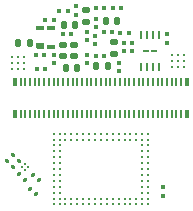
<source format=gbp>
%TF.GenerationSoftware,KiCad,Pcbnew,(6.0.0)*%
%TF.CreationDate,2022-01-25T07:30:51-08:00*%
%TF.ProjectId,headstage-64s,68656164-7374-4616-9765-2d3634732e6b,A*%
%TF.SameCoordinates,Original*%
%TF.FileFunction,Paste,Bot*%
%TF.FilePolarity,Positive*%
%FSLAX46Y46*%
G04 Gerber Fmt 4.6, Leading zero omitted, Abs format (unit mm)*
G04 Created by KiCad (PCBNEW (6.0.0)) date 2022-01-25 07:30:51*
%MOMM*%
%LPD*%
G01*
G04 APERTURE LIST*
G04 Aperture macros list*
%AMRoundRect*
0 Rectangle with rounded corners*
0 $1 Rounding radius*
0 $2 $3 $4 $5 $6 $7 $8 $9 X,Y pos of 4 corners*
0 Add a 4 corners polygon primitive as box body*
4,1,4,$2,$3,$4,$5,$6,$7,$8,$9,$2,$3,0*
0 Add four circle primitives for the rounded corners*
1,1,$1+$1,$2,$3*
1,1,$1+$1,$4,$5*
1,1,$1+$1,$6,$7*
1,1,$1+$1,$8,$9*
0 Add four rect primitives between the rounded corners*
20,1,$1+$1,$2,$3,$4,$5,0*
20,1,$1+$1,$4,$5,$6,$7,0*
20,1,$1+$1,$6,$7,$8,$9,0*
20,1,$1+$1,$8,$9,$2,$3,0*%
%AMFreePoly0*
4,1,6,0.350000,-0.250000,-0.225000,-0.250000,-0.350000,-0.125000,-0.350000,0.250000,0.350000,0.250000,0.350000,-0.250000,0.350000,-0.250000,$1*%
G04 Aperture macros list end*
%ADD10C,0.250000*%
%ADD11RoundRect,0.079500X-0.100500X0.079500X-0.100500X-0.079500X0.100500X-0.079500X0.100500X0.079500X0*%
%ADD12RoundRect,0.079500X0.014849X-0.127279X0.127279X-0.014849X-0.014849X0.127279X-0.127279X0.014849X0*%
%ADD13RoundRect,0.079500X-0.014849X0.127279X-0.127279X0.014849X0.014849X-0.127279X0.127279X-0.014849X0*%
%ADD14RoundRect,0.140000X0.170000X-0.140000X0.170000X0.140000X-0.170000X0.140000X-0.170000X-0.140000X0*%
%ADD15RoundRect,0.140000X0.140000X0.170000X-0.140000X0.170000X-0.140000X-0.170000X0.140000X-0.170000X0*%
%ADD16RoundRect,0.079500X0.079500X0.100500X-0.079500X0.100500X-0.079500X-0.100500X0.079500X-0.100500X0*%
%ADD17RoundRect,0.140000X-0.140000X-0.170000X0.140000X-0.170000X0.140000X0.170000X-0.140000X0.170000X0*%
%ADD18RoundRect,0.079500X-0.079500X-0.100500X0.079500X-0.100500X0.079500X0.100500X-0.079500X0.100500X0*%
%ADD19RoundRect,0.140000X-0.170000X0.140000X-0.170000X-0.140000X0.170000X-0.140000X0.170000X0.140000X0*%
%ADD20RoundRect,0.079500X0.100500X-0.079500X0.100500X0.079500X-0.100500X0.079500X-0.100500X-0.079500X0*%
%ADD21RoundRect,0.079500X0.127279X0.014849X0.014849X0.127279X-0.127279X-0.014849X-0.014849X-0.127279X0*%
%ADD22RoundRect,0.079500X-0.127279X-0.014849X-0.014849X-0.127279X0.127279X0.014849X0.014849X0.127279X0*%
%ADD23C,0.200000*%
%ADD24R,0.230000X0.660000*%
%ADD25R,0.350000X0.660000*%
%ADD26FreePoly0,0.000000*%
%ADD27R,0.700000X0.400000*%
G04 APERTURE END LIST*
%TO.C,U11*%
G36*
X128000000Y-59050000D02*
G01*
X127800000Y-59050000D01*
X127800000Y-59700000D01*
X128000000Y-59700000D01*
X128000000Y-59050000D01*
G37*
G36*
X128000000Y-56300000D02*
G01*
X127800000Y-56300000D01*
X127800000Y-56950000D01*
X128000000Y-56950000D01*
X128000000Y-56300000D01*
G37*
G36*
X127000000Y-56300000D02*
G01*
X126800000Y-56300000D01*
X126800000Y-56950000D01*
X127000000Y-56950000D01*
X127000000Y-56300000D01*
G37*
G36*
X127000000Y-59050000D02*
G01*
X126800000Y-59050000D01*
X126800000Y-59700000D01*
X127000000Y-59700000D01*
X127000000Y-59050000D01*
G37*
G36*
X127500000Y-59050000D02*
G01*
X127300000Y-59050000D01*
X127300000Y-59700000D01*
X127500000Y-59700000D01*
X127500000Y-59050000D01*
G37*
G36*
X128500000Y-59050000D02*
G01*
X128300000Y-59050000D01*
X128300000Y-59700000D01*
X128500000Y-59700000D01*
X128500000Y-59050000D01*
G37*
G36*
X127550000Y-58110000D02*
G01*
X127050000Y-58110000D01*
X127050000Y-57890000D01*
X127550000Y-57890000D01*
X127550000Y-58110000D01*
G37*
G36*
X128500000Y-56300000D02*
G01*
X128300000Y-56300000D01*
X128300000Y-56950000D01*
X128500000Y-56950000D01*
X128500000Y-56300000D01*
G37*
G36*
X127500000Y-56300000D02*
G01*
X127300000Y-56300000D01*
X127300000Y-56950000D01*
X127500000Y-56950000D01*
X127500000Y-56300000D01*
G37*
G36*
X128250000Y-58110000D02*
G01*
X127750000Y-58110000D01*
X127750000Y-57890000D01*
X128250000Y-57890000D01*
X128250000Y-58110000D01*
G37*
%TD*%
D10*
%TO.C,U1*%
X127500000Y-65000000D03*
X127000000Y-65000000D03*
X126500000Y-65000000D03*
X126000000Y-65000000D03*
X125500000Y-65000000D03*
X125000000Y-65000000D03*
X124500000Y-65000000D03*
X124000000Y-65000000D03*
X123500000Y-65000000D03*
X123000000Y-65000000D03*
X122500000Y-65000000D03*
X122000000Y-65000000D03*
X121500000Y-65000000D03*
X121000000Y-65000000D03*
X120500000Y-65000000D03*
X120000000Y-65000000D03*
X119500000Y-65000000D03*
X127500000Y-65500000D03*
X127000000Y-65500000D03*
X126500000Y-65500000D03*
X126000000Y-65500000D03*
X125500000Y-65500000D03*
X125000000Y-65500000D03*
X124500000Y-65500000D03*
X124000000Y-65500000D03*
X123500000Y-65500000D03*
X123000000Y-65500000D03*
X122500000Y-65500000D03*
X122000000Y-65500000D03*
X121500000Y-65500000D03*
X121000000Y-65500000D03*
X120500000Y-65500000D03*
X120000000Y-65500000D03*
X119500000Y-65500000D03*
X127500000Y-66000000D03*
X127000000Y-66000000D03*
X120000000Y-66000000D03*
X119500000Y-66000000D03*
X127500000Y-66500000D03*
X127000000Y-66500000D03*
X120000000Y-66500000D03*
X119500000Y-66500000D03*
X127500000Y-67000000D03*
X127000000Y-67000000D03*
X120000000Y-67000000D03*
X119500000Y-67000000D03*
X127500000Y-67500000D03*
X127000000Y-67500000D03*
X120000000Y-67500000D03*
X119500000Y-67500000D03*
X127500000Y-68000000D03*
X127000000Y-68000000D03*
X120000000Y-68000000D03*
X119500000Y-68000000D03*
X127500000Y-68500000D03*
X127000000Y-68500000D03*
X120000000Y-68500000D03*
X119500000Y-68500000D03*
X127500000Y-69000000D03*
X127000000Y-69000000D03*
X120000000Y-69000000D03*
X119500000Y-69000000D03*
X127500000Y-69500000D03*
X127000000Y-69500000D03*
X120000000Y-69500000D03*
X119500000Y-69500000D03*
X127500000Y-70000000D03*
X127000000Y-70000000D03*
X120000000Y-70000000D03*
X119500000Y-70000000D03*
X127500000Y-70500000D03*
X127000000Y-70500000D03*
X126500000Y-70500000D03*
X126000000Y-70500000D03*
X125500000Y-70500000D03*
X125000000Y-70500000D03*
X124500000Y-70500000D03*
X124000000Y-70500000D03*
X123500000Y-70500000D03*
X123000000Y-70500000D03*
X122500000Y-70500000D03*
X122000000Y-70500000D03*
X121500000Y-70500000D03*
X121000000Y-70500000D03*
X120500000Y-70500000D03*
X120000000Y-70500000D03*
X119500000Y-70500000D03*
X127500000Y-71000000D03*
X127000000Y-71000000D03*
X126500000Y-71000000D03*
X126000000Y-71000000D03*
X125500000Y-71000000D03*
X125000000Y-71000000D03*
X124500000Y-71000000D03*
X124000000Y-71000000D03*
X123500000Y-71000000D03*
X123000000Y-71000000D03*
X122500000Y-71000000D03*
X122000000Y-71000000D03*
X121500000Y-71000000D03*
X121000000Y-71000000D03*
X120500000Y-71000000D03*
X120000000Y-71000000D03*
X119500000Y-71000000D03*
%TD*%
D11*
%TO.C,R13*%
X128800000Y-69555000D03*
X128800000Y-70245000D03*
%TD*%
D12*
%TO.C,L6*%
X115556048Y-67293952D03*
X116043952Y-66806048D03*
%TD*%
D11*
%TO.C,C43*%
X123030000Y-56745000D03*
X123030000Y-57435000D03*
%TD*%
D13*
%TO.C,C28*%
X116543952Y-67306048D03*
X116056048Y-67793952D03*
%TD*%
D14*
%TO.C,C52*%
X122225000Y-55530000D03*
X122225000Y-54570000D03*
%TD*%
D15*
%TO.C,C54*%
X121480000Y-59410000D03*
X120520000Y-59410000D03*
%TD*%
D10*
%TO.C,U2*%
X116000000Y-58500000D03*
X116000000Y-59000000D03*
X116000000Y-59500000D03*
X116500000Y-58500000D03*
X116500000Y-59000000D03*
X116500000Y-59500000D03*
X117000000Y-58500000D03*
X117000000Y-59000000D03*
X117000000Y-59500000D03*
%TD*%
D16*
%TO.C,R2*%
X123770000Y-54350000D03*
X123080000Y-54350000D03*
%TD*%
D17*
%TO.C,C55*%
X123900000Y-55500000D03*
X124860000Y-55500000D03*
%TD*%
D11*
%TO.C,L10*%
X119500000Y-58305000D03*
X119500000Y-58995000D03*
%TD*%
D16*
%TO.C,L13*%
X118770000Y-59500000D03*
X118080000Y-59500000D03*
%TD*%
D18*
%TO.C,R22*%
X125455000Y-58000000D03*
X126145000Y-58000000D03*
%TD*%
%TO.C,C45*%
X123055000Y-58400000D03*
X123745000Y-58400000D03*
%TD*%
D16*
%TO.C,L16*%
X119495000Y-55350000D03*
X118805000Y-55350000D03*
%TD*%
D17*
%TO.C,C23*%
X116520000Y-57350000D03*
X117480000Y-57350000D03*
%TD*%
D19*
%TO.C,C57*%
X120300000Y-57470000D03*
X120300000Y-58430000D03*
%TD*%
D16*
%TO.C,C49*%
X120970000Y-56600000D03*
X120280000Y-56600000D03*
%TD*%
D18*
%TO.C,C47*%
X123755000Y-56400000D03*
X124445000Y-56400000D03*
%TD*%
D19*
%TO.C,C51*%
X121250000Y-57470000D03*
X121250000Y-58430000D03*
%TD*%
D15*
%TO.C,C56*%
X121330000Y-55800000D03*
X120370000Y-55800000D03*
%TD*%
D20*
%TO.C,C44*%
X123050000Y-55945000D03*
X123050000Y-55255000D03*
%TD*%
D11*
%TO.C,C48*%
X122330000Y-56405000D03*
X122330000Y-57095000D03*
%TD*%
D16*
%TO.C,R1*%
X125220000Y-54350000D03*
X124530000Y-54350000D03*
%TD*%
D20*
%TO.C,L12*%
X125000000Y-59695000D03*
X125000000Y-59005000D03*
%TD*%
D11*
%TO.C,C42*%
X129100000Y-56605000D03*
X129100000Y-57295000D03*
%TD*%
D16*
%TO.C,C58*%
X118720000Y-58350000D03*
X118030000Y-58350000D03*
%TD*%
D20*
%TO.C,L11*%
X121375000Y-54920000D03*
X121375000Y-54230000D03*
%TD*%
D21*
%TO.C,C30*%
X117043952Y-68943952D03*
X116556048Y-68456048D03*
%TD*%
D16*
%TO.C,L15*%
X120675000Y-54610000D03*
X119985000Y-54610000D03*
%TD*%
D22*
%TO.C,C19*%
X117756048Y-68481048D03*
X118243952Y-68968952D03*
%TD*%
D10*
%TO.C,U6*%
X129500000Y-59350000D03*
X130000000Y-59350000D03*
X130500000Y-59350000D03*
X129500000Y-58850000D03*
X130000000Y-58850000D03*
X130500000Y-58850000D03*
X129500000Y-58350000D03*
X130000000Y-58350000D03*
X130500000Y-58350000D03*
%TD*%
D17*
%TO.C,C53*%
X123120000Y-59250000D03*
X124080000Y-59250000D03*
%TD*%
D19*
%TO.C,C50*%
X124590000Y-57280000D03*
X124590000Y-58240000D03*
%TD*%
D23*
%TO.C,U13*%
X116852513Y-67850000D03*
X117100000Y-68097487D03*
X117100000Y-67602513D03*
X117347487Y-67850000D03*
%TD*%
D24*
%TO.C,J2*%
X130300000Y-63355000D03*
X130300000Y-60645000D03*
X129900000Y-63355000D03*
X129900000Y-60645000D03*
X129500000Y-63355000D03*
X129500000Y-60645000D03*
X129100000Y-63355000D03*
X129100000Y-60645000D03*
X128700000Y-63355000D03*
X128700000Y-60645000D03*
X128300000Y-63355000D03*
X128300000Y-60645000D03*
X127900000Y-63355000D03*
X127900000Y-60645000D03*
X127500000Y-63355000D03*
X127500000Y-60645000D03*
X127100000Y-63355000D03*
X127100000Y-60645000D03*
X126700000Y-63355000D03*
X126700000Y-60645000D03*
X126300000Y-63355000D03*
X126300000Y-60645000D03*
X125900000Y-63355000D03*
X125900000Y-60645000D03*
X125500000Y-63355000D03*
X125500000Y-60645000D03*
X125100000Y-63355000D03*
X125100000Y-60645000D03*
X124700000Y-63355000D03*
X124700000Y-60645000D03*
X124300000Y-63355000D03*
X124300000Y-60645000D03*
X123900000Y-63355000D03*
X123900000Y-60645000D03*
X123500000Y-63355000D03*
X123500000Y-60645000D03*
X123100000Y-63355000D03*
X123100000Y-60645000D03*
X122700000Y-63355000D03*
X122700000Y-60645000D03*
X122300000Y-63355000D03*
X122300000Y-60645000D03*
X121900000Y-63355000D03*
X121900000Y-60645000D03*
X121500000Y-63355000D03*
X121500000Y-60645000D03*
X121100000Y-63355000D03*
X121100000Y-60645000D03*
X120700000Y-63355000D03*
X120700000Y-60645000D03*
X120300000Y-63355000D03*
X120300000Y-60645000D03*
X119900000Y-63355000D03*
X119900000Y-60645000D03*
X119500000Y-63355000D03*
X119500000Y-60645000D03*
X119100000Y-63355000D03*
X119100000Y-60645000D03*
X118700000Y-63355000D03*
X118700000Y-60645000D03*
X118300000Y-63355000D03*
X118300000Y-60645000D03*
X117900000Y-63355000D03*
X117900000Y-60645000D03*
X117500000Y-63355000D03*
X117500000Y-60645000D03*
X117100000Y-63355000D03*
X117100000Y-60645000D03*
X116700000Y-63355000D03*
X116700000Y-60645000D03*
D25*
X130775000Y-63355000D03*
X130775000Y-60645000D03*
X116225000Y-63355000D03*
X116225000Y-60645000D03*
%TD*%
D21*
%TO.C,C22*%
X118018952Y-70143952D03*
X117531048Y-69656048D03*
%TD*%
D26*
%TO.C,U12*%
X118350000Y-57575000D03*
D27*
X118350000Y-56075000D03*
X119300000Y-56075000D03*
X119300000Y-57625000D03*
%TD*%
D18*
%TO.C,L14*%
X125155000Y-56500000D03*
X125845000Y-56500000D03*
%TD*%
%TO.C,R21*%
X125455000Y-57300000D03*
X126145000Y-57300000D03*
%TD*%
D11*
%TO.C,C46*%
X122300000Y-58345000D03*
X122300000Y-59035000D03*
%TD*%
M02*

</source>
